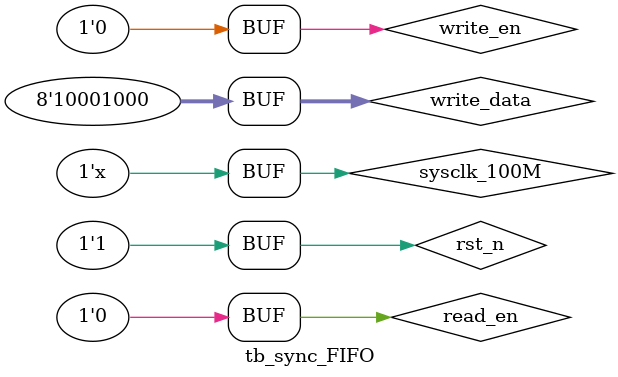
<source format=v>
`timescale 1ns/1ns

module tb_sync_FIFO;

// ================================================
// ********* define params and signals *********
// ================================================
localparam          DEPTH   =   4   ;
localparam          WIDTH   =   8   ;

reg                 sysclk_100M     ;
reg                 rst_n           ;
reg                 write_en        ;
reg     [ 7:0]      write_data      ;
reg                 read_en         ;

wire                full            ;
wire                empty           ;
wire    [ 7:0]      read_data       ;

// ================================================
// **************** main code ***************
// ================================================
initial begin
    sysclk_100M = 0 ;
    rst_n       = 0 ;
    write_en    = 0 ;
    read_en     = 0 ;
    #100;
    rst_n       = 1 ;
    #100;
    write('haa);
    write('hbb);
    write('hcc);
    write('hdd);
    write('hee);
    #100;
    #10;
    read;
    write('hff);
    read;
    read;
    read;
    write('h00);
    write('h55);
    write('h22);
    write('h33);
    write('h88);
    read;
    read;
    read;
    read;
    read;
    read;
end


task write (
        input [7:0] data
    );
    begin
    write_en    = 1 ;
    write_data  = data;
    #10;
    write_en    = 0 ;
    #10;
    end
endtask

task read ();
    begin
    read_en     = 1 ;
    #10;
    read_en     = 0 ;
    #10;
    end
endtask

always #5 sysclk_100M = ~sysclk_100M;



sync_FIFO #(
    .DEPTH              (   DEPTH       )     ,
    .WIDTH              (   WIDTH       )     
) sync_FIFO_inst (
    // system signals
    .sysclk_100M        (   sysclk_100M )     ,
    .rst_n              (   rst_n       )     ,
    // write port
    .full               (   full        )     ,
    .write_en           (   write_en    )     ,
    .write_data         (   write_data  )     ,
    // read port
    .empty              (   empty       )     ,
    .read_en            (   read_en     )     ,
    .read_data          (   read_data   )     
);


endmodule
</source>
